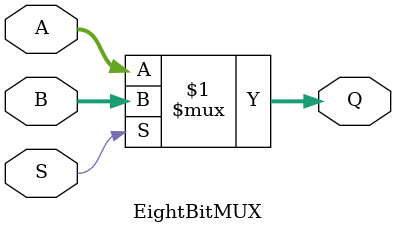
<source format=v>
module EightBitMUX (
	input wire[7:0] A,
	input wire[7:0] B,
	input wire S,
	output wire[7:0] Q
);

assign Q = (S)? B : A;

endmodule


</source>
